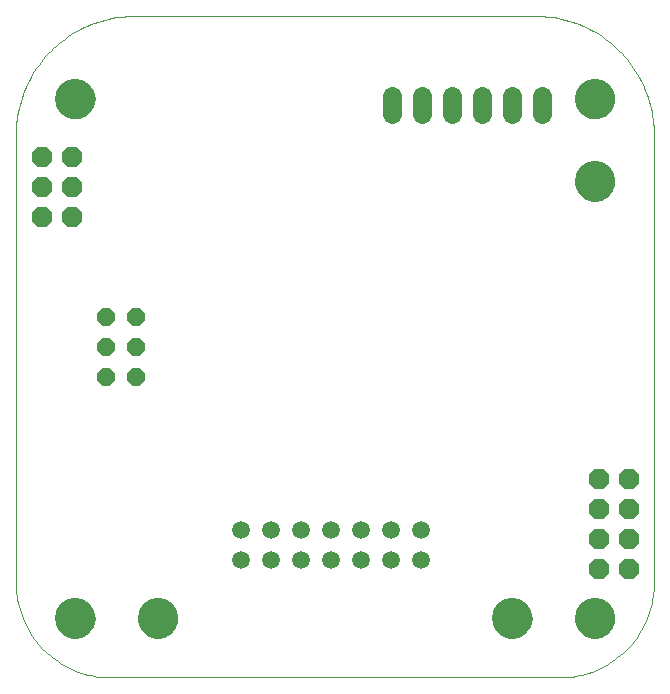
<source format=gbs>
G75*
%MOIN*%
%OFA0B0*%
%FSLAX24Y24*%
%IPPOS*%
%LPD*%
%AMOC8*
5,1,8,0,0,1.08239X$1,22.5*
%
%ADD10C,0.0000*%
%ADD11C,0.1340*%
%ADD12OC8,0.0690*%
%ADD13C,0.0640*%
%ADD14OC8,0.0575*%
%ADD15C,0.0594*%
D10*
X007744Y006169D02*
X022705Y006169D01*
X023236Y008138D02*
X023238Y008188D01*
X023244Y008238D01*
X023254Y008288D01*
X023267Y008336D01*
X023284Y008384D01*
X023305Y008430D01*
X023329Y008474D01*
X023357Y008516D01*
X023388Y008556D01*
X023422Y008593D01*
X023459Y008628D01*
X023498Y008659D01*
X023539Y008688D01*
X023583Y008713D01*
X023629Y008735D01*
X023676Y008753D01*
X023724Y008767D01*
X023773Y008778D01*
X023823Y008785D01*
X023873Y008788D01*
X023924Y008787D01*
X023974Y008782D01*
X024024Y008773D01*
X024072Y008761D01*
X024120Y008744D01*
X024166Y008724D01*
X024211Y008701D01*
X024254Y008674D01*
X024294Y008644D01*
X024332Y008611D01*
X024367Y008575D01*
X024400Y008536D01*
X024429Y008495D01*
X024455Y008452D01*
X024478Y008407D01*
X024497Y008360D01*
X024512Y008312D01*
X024524Y008263D01*
X024532Y008213D01*
X024536Y008163D01*
X024536Y008113D01*
X024532Y008063D01*
X024524Y008013D01*
X024512Y007964D01*
X024497Y007916D01*
X024478Y007869D01*
X024455Y007824D01*
X024429Y007781D01*
X024400Y007740D01*
X024367Y007701D01*
X024332Y007665D01*
X024294Y007632D01*
X024254Y007602D01*
X024211Y007575D01*
X024166Y007552D01*
X024120Y007532D01*
X024072Y007515D01*
X024024Y007503D01*
X023974Y007494D01*
X023924Y007489D01*
X023873Y007488D01*
X023823Y007491D01*
X023773Y007498D01*
X023724Y007509D01*
X023676Y007523D01*
X023629Y007541D01*
X023583Y007563D01*
X023539Y007588D01*
X023498Y007617D01*
X023459Y007648D01*
X023422Y007683D01*
X023388Y007720D01*
X023357Y007760D01*
X023329Y007802D01*
X023305Y007846D01*
X023284Y007892D01*
X023267Y007940D01*
X023254Y007988D01*
X023244Y008038D01*
X023238Y008088D01*
X023236Y008138D01*
X022705Y006169D02*
X022815Y006171D01*
X022925Y006177D01*
X023034Y006186D01*
X023143Y006200D01*
X023252Y006217D01*
X023360Y006238D01*
X023467Y006263D01*
X023573Y006291D01*
X023678Y006323D01*
X023782Y006359D01*
X023885Y006398D01*
X023986Y006441D01*
X024086Y006488D01*
X024184Y006538D01*
X024280Y006591D01*
X024374Y006648D01*
X024466Y006708D01*
X024557Y006771D01*
X024644Y006837D01*
X024730Y006906D01*
X024813Y006978D01*
X024893Y007053D01*
X024971Y007131D01*
X025046Y007211D01*
X025118Y007294D01*
X025187Y007380D01*
X025253Y007467D01*
X025316Y007558D01*
X025376Y007650D01*
X025433Y007744D01*
X025486Y007840D01*
X025536Y007938D01*
X025583Y008038D01*
X025626Y008139D01*
X025665Y008242D01*
X025701Y008346D01*
X025733Y008451D01*
X025761Y008557D01*
X025786Y008664D01*
X025807Y008772D01*
X025824Y008881D01*
X025838Y008990D01*
X025847Y009099D01*
X025853Y009209D01*
X025855Y009319D01*
X025854Y009319D02*
X025854Y013059D01*
X025854Y019870D01*
X025854Y024280D01*
X023236Y025461D02*
X023238Y025511D01*
X023244Y025561D01*
X023254Y025611D01*
X023267Y025659D01*
X023284Y025707D01*
X023305Y025753D01*
X023329Y025797D01*
X023357Y025839D01*
X023388Y025879D01*
X023422Y025916D01*
X023459Y025951D01*
X023498Y025982D01*
X023539Y026011D01*
X023583Y026036D01*
X023629Y026058D01*
X023676Y026076D01*
X023724Y026090D01*
X023773Y026101D01*
X023823Y026108D01*
X023873Y026111D01*
X023924Y026110D01*
X023974Y026105D01*
X024024Y026096D01*
X024072Y026084D01*
X024120Y026067D01*
X024166Y026047D01*
X024211Y026024D01*
X024254Y025997D01*
X024294Y025967D01*
X024332Y025934D01*
X024367Y025898D01*
X024400Y025859D01*
X024429Y025818D01*
X024455Y025775D01*
X024478Y025730D01*
X024497Y025683D01*
X024512Y025635D01*
X024524Y025586D01*
X024532Y025536D01*
X024536Y025486D01*
X024536Y025436D01*
X024532Y025386D01*
X024524Y025336D01*
X024512Y025287D01*
X024497Y025239D01*
X024478Y025192D01*
X024455Y025147D01*
X024429Y025104D01*
X024400Y025063D01*
X024367Y025024D01*
X024332Y024988D01*
X024294Y024955D01*
X024254Y024925D01*
X024211Y024898D01*
X024166Y024875D01*
X024120Y024855D01*
X024072Y024838D01*
X024024Y024826D01*
X023974Y024817D01*
X023924Y024812D01*
X023873Y024811D01*
X023823Y024814D01*
X023773Y024821D01*
X023724Y024832D01*
X023676Y024846D01*
X023629Y024864D01*
X023583Y024886D01*
X023539Y024911D01*
X023498Y024940D01*
X023459Y024971D01*
X023422Y025006D01*
X023388Y025043D01*
X023357Y025083D01*
X023329Y025125D01*
X023305Y025169D01*
X023284Y025215D01*
X023267Y025263D01*
X023254Y025311D01*
X023244Y025361D01*
X023238Y025411D01*
X023236Y025461D01*
X025854Y024280D02*
X025852Y024404D01*
X025846Y024527D01*
X025837Y024651D01*
X025823Y024773D01*
X025806Y024896D01*
X025784Y025018D01*
X025759Y025139D01*
X025730Y025259D01*
X025698Y025378D01*
X025661Y025497D01*
X025621Y025614D01*
X025578Y025729D01*
X025530Y025844D01*
X025479Y025956D01*
X025425Y026067D01*
X025367Y026177D01*
X025306Y026284D01*
X025241Y026390D01*
X025173Y026493D01*
X025102Y026594D01*
X025028Y026693D01*
X024951Y026790D01*
X024870Y026884D01*
X024787Y026975D01*
X024701Y027064D01*
X024612Y027150D01*
X024521Y027233D01*
X024427Y027314D01*
X024330Y027391D01*
X024231Y027465D01*
X024130Y027536D01*
X024027Y027604D01*
X023921Y027669D01*
X023814Y027730D01*
X023704Y027788D01*
X023593Y027842D01*
X023481Y027893D01*
X023366Y027941D01*
X023251Y027984D01*
X023134Y028024D01*
X023015Y028061D01*
X022896Y028093D01*
X022776Y028122D01*
X022655Y028147D01*
X022533Y028169D01*
X022410Y028186D01*
X022288Y028200D01*
X022164Y028209D01*
X022041Y028215D01*
X021917Y028217D01*
X018020Y028217D01*
X017980Y028217D01*
X012469Y028217D01*
X008531Y028217D01*
X005913Y025461D02*
X005915Y025511D01*
X005921Y025561D01*
X005931Y025611D01*
X005944Y025659D01*
X005961Y025707D01*
X005982Y025753D01*
X006006Y025797D01*
X006034Y025839D01*
X006065Y025879D01*
X006099Y025916D01*
X006136Y025951D01*
X006175Y025982D01*
X006216Y026011D01*
X006260Y026036D01*
X006306Y026058D01*
X006353Y026076D01*
X006401Y026090D01*
X006450Y026101D01*
X006500Y026108D01*
X006550Y026111D01*
X006601Y026110D01*
X006651Y026105D01*
X006701Y026096D01*
X006749Y026084D01*
X006797Y026067D01*
X006843Y026047D01*
X006888Y026024D01*
X006931Y025997D01*
X006971Y025967D01*
X007009Y025934D01*
X007044Y025898D01*
X007077Y025859D01*
X007106Y025818D01*
X007132Y025775D01*
X007155Y025730D01*
X007174Y025683D01*
X007189Y025635D01*
X007201Y025586D01*
X007209Y025536D01*
X007213Y025486D01*
X007213Y025436D01*
X007209Y025386D01*
X007201Y025336D01*
X007189Y025287D01*
X007174Y025239D01*
X007155Y025192D01*
X007132Y025147D01*
X007106Y025104D01*
X007077Y025063D01*
X007044Y025024D01*
X007009Y024988D01*
X006971Y024955D01*
X006931Y024925D01*
X006888Y024898D01*
X006843Y024875D01*
X006797Y024855D01*
X006749Y024838D01*
X006701Y024826D01*
X006651Y024817D01*
X006601Y024812D01*
X006550Y024811D01*
X006500Y024814D01*
X006450Y024821D01*
X006401Y024832D01*
X006353Y024846D01*
X006306Y024864D01*
X006260Y024886D01*
X006216Y024911D01*
X006175Y024940D01*
X006136Y024971D01*
X006099Y025006D01*
X006065Y025043D01*
X006034Y025083D01*
X006006Y025125D01*
X005982Y025169D01*
X005961Y025215D01*
X005944Y025263D01*
X005931Y025311D01*
X005921Y025361D01*
X005915Y025411D01*
X005913Y025461D01*
X004594Y024280D02*
X004594Y009319D01*
X005913Y008138D02*
X005915Y008188D01*
X005921Y008238D01*
X005931Y008288D01*
X005944Y008336D01*
X005961Y008384D01*
X005982Y008430D01*
X006006Y008474D01*
X006034Y008516D01*
X006065Y008556D01*
X006099Y008593D01*
X006136Y008628D01*
X006175Y008659D01*
X006216Y008688D01*
X006260Y008713D01*
X006306Y008735D01*
X006353Y008753D01*
X006401Y008767D01*
X006450Y008778D01*
X006500Y008785D01*
X006550Y008788D01*
X006601Y008787D01*
X006651Y008782D01*
X006701Y008773D01*
X006749Y008761D01*
X006797Y008744D01*
X006843Y008724D01*
X006888Y008701D01*
X006931Y008674D01*
X006971Y008644D01*
X007009Y008611D01*
X007044Y008575D01*
X007077Y008536D01*
X007106Y008495D01*
X007132Y008452D01*
X007155Y008407D01*
X007174Y008360D01*
X007189Y008312D01*
X007201Y008263D01*
X007209Y008213D01*
X007213Y008163D01*
X007213Y008113D01*
X007209Y008063D01*
X007201Y008013D01*
X007189Y007964D01*
X007174Y007916D01*
X007155Y007869D01*
X007132Y007824D01*
X007106Y007781D01*
X007077Y007740D01*
X007044Y007701D01*
X007009Y007665D01*
X006971Y007632D01*
X006931Y007602D01*
X006888Y007575D01*
X006843Y007552D01*
X006797Y007532D01*
X006749Y007515D01*
X006701Y007503D01*
X006651Y007494D01*
X006601Y007489D01*
X006550Y007488D01*
X006500Y007491D01*
X006450Y007498D01*
X006401Y007509D01*
X006353Y007523D01*
X006306Y007541D01*
X006260Y007563D01*
X006216Y007588D01*
X006175Y007617D01*
X006136Y007648D01*
X006099Y007683D01*
X006065Y007720D01*
X006034Y007760D01*
X006006Y007802D01*
X005982Y007846D01*
X005961Y007892D01*
X005944Y007940D01*
X005931Y007988D01*
X005921Y008038D01*
X005915Y008088D01*
X005913Y008138D01*
X004594Y009319D02*
X004596Y009209D01*
X004602Y009099D01*
X004611Y008990D01*
X004625Y008881D01*
X004642Y008772D01*
X004663Y008664D01*
X004688Y008557D01*
X004716Y008451D01*
X004748Y008346D01*
X004784Y008242D01*
X004823Y008139D01*
X004866Y008038D01*
X004913Y007938D01*
X004963Y007840D01*
X005016Y007744D01*
X005073Y007650D01*
X005133Y007558D01*
X005196Y007467D01*
X005262Y007380D01*
X005331Y007294D01*
X005403Y007211D01*
X005478Y007131D01*
X005556Y007053D01*
X005636Y006978D01*
X005719Y006906D01*
X005805Y006837D01*
X005892Y006771D01*
X005983Y006708D01*
X006075Y006648D01*
X006169Y006591D01*
X006265Y006538D01*
X006363Y006488D01*
X006463Y006441D01*
X006564Y006398D01*
X006667Y006359D01*
X006771Y006323D01*
X006876Y006291D01*
X006982Y006263D01*
X007089Y006238D01*
X007197Y006217D01*
X007306Y006200D01*
X007415Y006186D01*
X007524Y006177D01*
X007634Y006171D01*
X007744Y006169D01*
X008669Y008138D02*
X008671Y008188D01*
X008677Y008238D01*
X008687Y008288D01*
X008700Y008336D01*
X008717Y008384D01*
X008738Y008430D01*
X008762Y008474D01*
X008790Y008516D01*
X008821Y008556D01*
X008855Y008593D01*
X008892Y008628D01*
X008931Y008659D01*
X008972Y008688D01*
X009016Y008713D01*
X009062Y008735D01*
X009109Y008753D01*
X009157Y008767D01*
X009206Y008778D01*
X009256Y008785D01*
X009306Y008788D01*
X009357Y008787D01*
X009407Y008782D01*
X009457Y008773D01*
X009505Y008761D01*
X009553Y008744D01*
X009599Y008724D01*
X009644Y008701D01*
X009687Y008674D01*
X009727Y008644D01*
X009765Y008611D01*
X009800Y008575D01*
X009833Y008536D01*
X009862Y008495D01*
X009888Y008452D01*
X009911Y008407D01*
X009930Y008360D01*
X009945Y008312D01*
X009957Y008263D01*
X009965Y008213D01*
X009969Y008163D01*
X009969Y008113D01*
X009965Y008063D01*
X009957Y008013D01*
X009945Y007964D01*
X009930Y007916D01*
X009911Y007869D01*
X009888Y007824D01*
X009862Y007781D01*
X009833Y007740D01*
X009800Y007701D01*
X009765Y007665D01*
X009727Y007632D01*
X009687Y007602D01*
X009644Y007575D01*
X009599Y007552D01*
X009553Y007532D01*
X009505Y007515D01*
X009457Y007503D01*
X009407Y007494D01*
X009357Y007489D01*
X009306Y007488D01*
X009256Y007491D01*
X009206Y007498D01*
X009157Y007509D01*
X009109Y007523D01*
X009062Y007541D01*
X009016Y007563D01*
X008972Y007588D01*
X008931Y007617D01*
X008892Y007648D01*
X008855Y007683D01*
X008821Y007720D01*
X008790Y007760D01*
X008762Y007802D01*
X008738Y007846D01*
X008717Y007892D01*
X008700Y007940D01*
X008687Y007988D01*
X008677Y008038D01*
X008671Y008088D01*
X008669Y008138D01*
X020480Y008138D02*
X020482Y008188D01*
X020488Y008238D01*
X020498Y008288D01*
X020511Y008336D01*
X020528Y008384D01*
X020549Y008430D01*
X020573Y008474D01*
X020601Y008516D01*
X020632Y008556D01*
X020666Y008593D01*
X020703Y008628D01*
X020742Y008659D01*
X020783Y008688D01*
X020827Y008713D01*
X020873Y008735D01*
X020920Y008753D01*
X020968Y008767D01*
X021017Y008778D01*
X021067Y008785D01*
X021117Y008788D01*
X021168Y008787D01*
X021218Y008782D01*
X021268Y008773D01*
X021316Y008761D01*
X021364Y008744D01*
X021410Y008724D01*
X021455Y008701D01*
X021498Y008674D01*
X021538Y008644D01*
X021576Y008611D01*
X021611Y008575D01*
X021644Y008536D01*
X021673Y008495D01*
X021699Y008452D01*
X021722Y008407D01*
X021741Y008360D01*
X021756Y008312D01*
X021768Y008263D01*
X021776Y008213D01*
X021780Y008163D01*
X021780Y008113D01*
X021776Y008063D01*
X021768Y008013D01*
X021756Y007964D01*
X021741Y007916D01*
X021722Y007869D01*
X021699Y007824D01*
X021673Y007781D01*
X021644Y007740D01*
X021611Y007701D01*
X021576Y007665D01*
X021538Y007632D01*
X021498Y007602D01*
X021455Y007575D01*
X021410Y007552D01*
X021364Y007532D01*
X021316Y007515D01*
X021268Y007503D01*
X021218Y007494D01*
X021168Y007489D01*
X021117Y007488D01*
X021067Y007491D01*
X021017Y007498D01*
X020968Y007509D01*
X020920Y007523D01*
X020873Y007541D01*
X020827Y007563D01*
X020783Y007588D01*
X020742Y007617D01*
X020703Y007648D01*
X020666Y007683D01*
X020632Y007720D01*
X020601Y007760D01*
X020573Y007802D01*
X020549Y007846D01*
X020528Y007892D01*
X020511Y007940D01*
X020498Y007988D01*
X020488Y008038D01*
X020482Y008088D01*
X020480Y008138D01*
X023236Y022705D02*
X023238Y022755D01*
X023244Y022805D01*
X023254Y022855D01*
X023267Y022903D01*
X023284Y022951D01*
X023305Y022997D01*
X023329Y023041D01*
X023357Y023083D01*
X023388Y023123D01*
X023422Y023160D01*
X023459Y023195D01*
X023498Y023226D01*
X023539Y023255D01*
X023583Y023280D01*
X023629Y023302D01*
X023676Y023320D01*
X023724Y023334D01*
X023773Y023345D01*
X023823Y023352D01*
X023873Y023355D01*
X023924Y023354D01*
X023974Y023349D01*
X024024Y023340D01*
X024072Y023328D01*
X024120Y023311D01*
X024166Y023291D01*
X024211Y023268D01*
X024254Y023241D01*
X024294Y023211D01*
X024332Y023178D01*
X024367Y023142D01*
X024400Y023103D01*
X024429Y023062D01*
X024455Y023019D01*
X024478Y022974D01*
X024497Y022927D01*
X024512Y022879D01*
X024524Y022830D01*
X024532Y022780D01*
X024536Y022730D01*
X024536Y022680D01*
X024532Y022630D01*
X024524Y022580D01*
X024512Y022531D01*
X024497Y022483D01*
X024478Y022436D01*
X024455Y022391D01*
X024429Y022348D01*
X024400Y022307D01*
X024367Y022268D01*
X024332Y022232D01*
X024294Y022199D01*
X024254Y022169D01*
X024211Y022142D01*
X024166Y022119D01*
X024120Y022099D01*
X024072Y022082D01*
X024024Y022070D01*
X023974Y022061D01*
X023924Y022056D01*
X023873Y022055D01*
X023823Y022058D01*
X023773Y022065D01*
X023724Y022076D01*
X023676Y022090D01*
X023629Y022108D01*
X023583Y022130D01*
X023539Y022155D01*
X023498Y022184D01*
X023459Y022215D01*
X023422Y022250D01*
X023388Y022287D01*
X023357Y022327D01*
X023329Y022369D01*
X023305Y022413D01*
X023284Y022459D01*
X023267Y022507D01*
X023254Y022555D01*
X023244Y022605D01*
X023238Y022655D01*
X023236Y022705D01*
X008531Y028217D02*
X008407Y028215D01*
X008284Y028209D01*
X008160Y028200D01*
X008038Y028186D01*
X007915Y028169D01*
X007793Y028147D01*
X007672Y028122D01*
X007552Y028093D01*
X007433Y028061D01*
X007314Y028024D01*
X007197Y027984D01*
X007082Y027941D01*
X006967Y027893D01*
X006855Y027842D01*
X006744Y027788D01*
X006634Y027730D01*
X006527Y027669D01*
X006421Y027604D01*
X006318Y027536D01*
X006217Y027465D01*
X006118Y027391D01*
X006021Y027314D01*
X005927Y027233D01*
X005836Y027150D01*
X005747Y027064D01*
X005661Y026975D01*
X005578Y026884D01*
X005497Y026790D01*
X005420Y026693D01*
X005346Y026594D01*
X005275Y026493D01*
X005207Y026390D01*
X005142Y026284D01*
X005081Y026177D01*
X005023Y026067D01*
X004969Y025956D01*
X004918Y025844D01*
X004870Y025729D01*
X004827Y025614D01*
X004787Y025497D01*
X004750Y025378D01*
X004718Y025259D01*
X004689Y025139D01*
X004664Y025018D01*
X004642Y024896D01*
X004625Y024773D01*
X004611Y024651D01*
X004602Y024527D01*
X004596Y024404D01*
X004594Y024280D01*
D11*
X006563Y025461D03*
X006563Y008138D03*
X009319Y008138D03*
X021130Y008138D03*
X023886Y008138D03*
X023886Y022705D03*
X023886Y025461D03*
D12*
X024016Y012787D03*
X024016Y011787D03*
X024016Y010787D03*
X024016Y009787D03*
X025016Y009787D03*
X025016Y010787D03*
X025016Y011787D03*
X025016Y012787D03*
X006472Y021508D03*
X005472Y021508D03*
X005472Y022508D03*
X005472Y023508D03*
X006472Y023508D03*
X006472Y022508D03*
D13*
X017134Y024960D02*
X017134Y025560D01*
X018134Y025560D02*
X018134Y024960D01*
X019134Y024960D02*
X019134Y025560D01*
X020134Y025560D02*
X020134Y024960D01*
X021134Y024960D02*
X021134Y025560D01*
X022134Y025560D02*
X022134Y024960D01*
D14*
X008598Y018193D03*
X007598Y018193D03*
X007598Y017193D03*
X008598Y017193D03*
X008598Y016193D03*
X007598Y016193D03*
D15*
X012106Y011091D03*
X012106Y010091D03*
X013106Y010091D03*
X013106Y011091D03*
X014106Y011091D03*
X015106Y011091D03*
X015106Y010091D03*
X014106Y010091D03*
X016106Y010091D03*
X016106Y011091D03*
X017106Y011091D03*
X017106Y010091D03*
X018106Y010091D03*
X018106Y011091D03*
M02*

</source>
